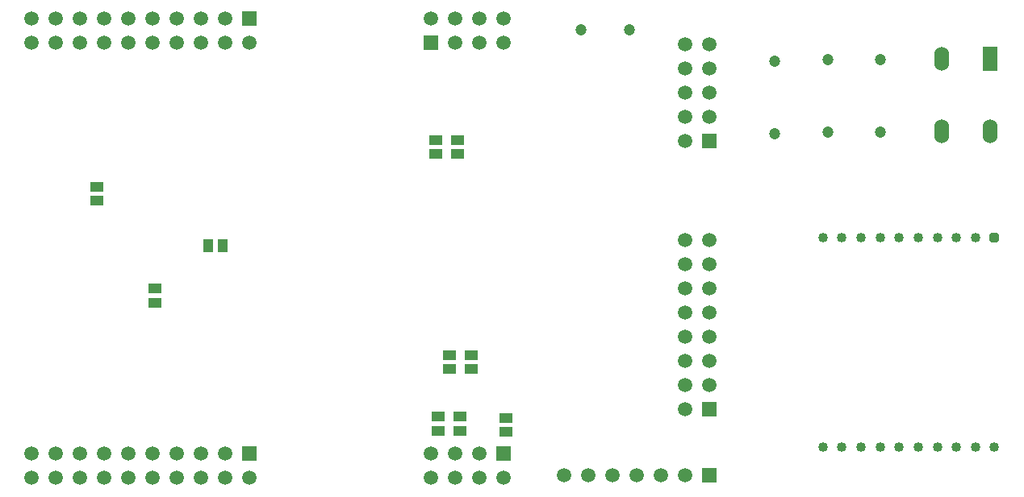
<source format=gbr>
G04 Layer_Color=255*
%FSLAX25Y25*%
%MOIN*%
%TF.FileFunction,Pads,Bot*%
%TF.Part,Single*%
G01*
G75*
%TA.AperFunction,SMDPad,CuDef*%
%ADD10R,0.04331X0.05512*%
%ADD11R,0.05512X0.04331*%
%TA.AperFunction,ComponentPad*%
%ADD24C,0.05906*%
%ADD25R,0.05906X0.05906*%
%ADD26C,0.04724*%
G04:AMPARAMS|DCode=27|XSize=40mil|YSize=40mil|CornerRadius=10mil|HoleSize=0mil|Usage=FLASHONLY|Rotation=270.000|XOffset=0mil|YOffset=0mil|HoleType=Round|Shape=RoundedRectangle|*
%AMROUNDEDRECTD27*
21,1,0.04000,0.02000,0,0,270.0*
21,1,0.02000,0.04000,0,0,270.0*
1,1,0.02000,-0.01000,-0.01000*
1,1,0.02000,-0.01000,0.01000*
1,1,0.02000,0.01000,0.01000*
1,1,0.02000,0.01000,-0.01000*
%
%ADD27ROUNDEDRECTD27*%
%ADD28C,0.04000*%
%ADD29R,0.05906X0.05906*%
%ADD30O,0.06000X0.10000*%
%ADD31R,0.06000X0.10000*%
D10*
X105453Y111500D02*
D03*
X99547D02*
D03*
D11*
X77500Y93953D02*
D03*
Y88047D02*
D03*
X53435Y130232D02*
D03*
Y136138D02*
D03*
X222500Y34547D02*
D03*
Y40453D02*
D03*
X194500Y35047D02*
D03*
Y40953D02*
D03*
X203500Y35047D02*
D03*
Y40953D02*
D03*
X199000Y66405D02*
D03*
Y60500D02*
D03*
X208000Y66405D02*
D03*
Y60500D02*
D03*
X193500Y149547D02*
D03*
Y155453D02*
D03*
X202500Y149547D02*
D03*
Y155453D02*
D03*
D24*
X246500Y16500D02*
D03*
X256500D02*
D03*
X266500D02*
D03*
X276500D02*
D03*
X296500D02*
D03*
X286500D02*
D03*
X26500Y195500D02*
D03*
X36500D02*
D03*
X46500D02*
D03*
X56500D02*
D03*
X66500D02*
D03*
X76500D02*
D03*
X86500D02*
D03*
X96500D02*
D03*
X106500D02*
D03*
X116500D02*
D03*
X26500Y205500D02*
D03*
X36500D02*
D03*
X46500D02*
D03*
X56500D02*
D03*
X66500D02*
D03*
X76500D02*
D03*
X86500D02*
D03*
X96500D02*
D03*
X106500D02*
D03*
X26500Y15500D02*
D03*
X36500D02*
D03*
X46500D02*
D03*
X56500D02*
D03*
X66500D02*
D03*
X76500D02*
D03*
X86500D02*
D03*
X96500D02*
D03*
X106500D02*
D03*
X116500D02*
D03*
X26500Y25500D02*
D03*
X36500D02*
D03*
X46500D02*
D03*
X56500D02*
D03*
X66500D02*
D03*
X76500D02*
D03*
X86500D02*
D03*
X96500D02*
D03*
X106500D02*
D03*
X306500Y54000D02*
D03*
Y64000D02*
D03*
Y74000D02*
D03*
Y84000D02*
D03*
Y94000D02*
D03*
Y104000D02*
D03*
Y114000D02*
D03*
X296500Y44000D02*
D03*
Y54000D02*
D03*
Y64000D02*
D03*
Y74000D02*
D03*
Y84000D02*
D03*
Y94000D02*
D03*
Y104000D02*
D03*
Y114000D02*
D03*
X306500Y165000D02*
D03*
Y175000D02*
D03*
Y185000D02*
D03*
Y195000D02*
D03*
X296500Y155000D02*
D03*
Y165000D02*
D03*
Y175000D02*
D03*
Y185000D02*
D03*
Y195000D02*
D03*
X221500Y15500D02*
D03*
X211500Y25500D02*
D03*
Y15500D02*
D03*
X201500Y25500D02*
D03*
Y15500D02*
D03*
X191500Y25500D02*
D03*
Y15500D02*
D03*
Y205500D02*
D03*
X201500Y195500D02*
D03*
Y205500D02*
D03*
X211500Y195500D02*
D03*
Y205500D02*
D03*
X221500Y195500D02*
D03*
Y205500D02*
D03*
D25*
X306500Y16500D02*
D03*
X116500Y205500D02*
D03*
Y25500D02*
D03*
X221500D02*
D03*
X191500Y195500D02*
D03*
D26*
X273500Y201000D02*
D03*
X253500D02*
D03*
X377047Y158500D02*
D03*
Y188500D02*
D03*
X355500Y158500D02*
D03*
Y188500D02*
D03*
X333500Y188000D02*
D03*
Y158000D02*
D03*
D27*
X424291Y115000D02*
D03*
D28*
X416417D02*
D03*
X408543D02*
D03*
X400669D02*
D03*
X392795D02*
D03*
X384921D02*
D03*
X377047D02*
D03*
X369173D02*
D03*
X361299D02*
D03*
X353425D02*
D03*
Y28386D02*
D03*
X361299D02*
D03*
X369173D02*
D03*
X377047D02*
D03*
X384921D02*
D03*
X392795D02*
D03*
X400669D02*
D03*
X408543D02*
D03*
X416417D02*
D03*
X424291D02*
D03*
D29*
X306500Y44000D02*
D03*
Y155000D02*
D03*
D30*
X402500Y189000D02*
D03*
Y159000D02*
D03*
X422500D02*
D03*
D31*
Y189000D02*
D03*
%TF.MD5,DCEB52F6A6BF48B6A222C5BD27B88F14*%
M02*

</source>
